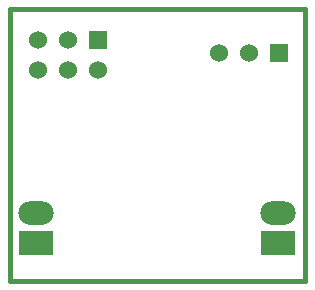
<source format=gbs>
G04 (created by PCBNEW (2013-02-07 BZR 3937)-testing) date Sat 09 Feb 2013 08:43:44 PM CET*
%MOIN*%
G04 Gerber Fmt 3.4, Leading zero omitted, Abs format*
%FSLAX34Y34*%
G01*
G70*
G90*
G04 APERTURE LIST*
%ADD10C,3.14961e-06*%
%ADD11C,0.015*%
%ADD12R,0.06X0.06*%
%ADD13C,0.06*%
%ADD14R,0.11811X0.0787402*%
%ADD15O,0.11811X0.0787402*%
G04 APERTURE END LIST*
G54D10*
G54D11*
X29921Y-13779D02*
X29921Y-22834D01*
X39763Y-22834D02*
X39763Y-13779D01*
X39763Y-13779D02*
X29921Y-13779D01*
X39763Y-22834D02*
X29921Y-22834D01*
G54D12*
X32870Y-14795D03*
G54D13*
X32870Y-15795D03*
X31870Y-14795D03*
X31870Y-15795D03*
X30870Y-14795D03*
X30870Y-15795D03*
G54D12*
X38893Y-15255D03*
G54D13*
X37893Y-15255D03*
X36893Y-15255D03*
G54D14*
X38877Y-21562D03*
G54D15*
X38877Y-20562D03*
G54D14*
X30787Y-21562D03*
G54D15*
X30787Y-20562D03*
M02*

</source>
